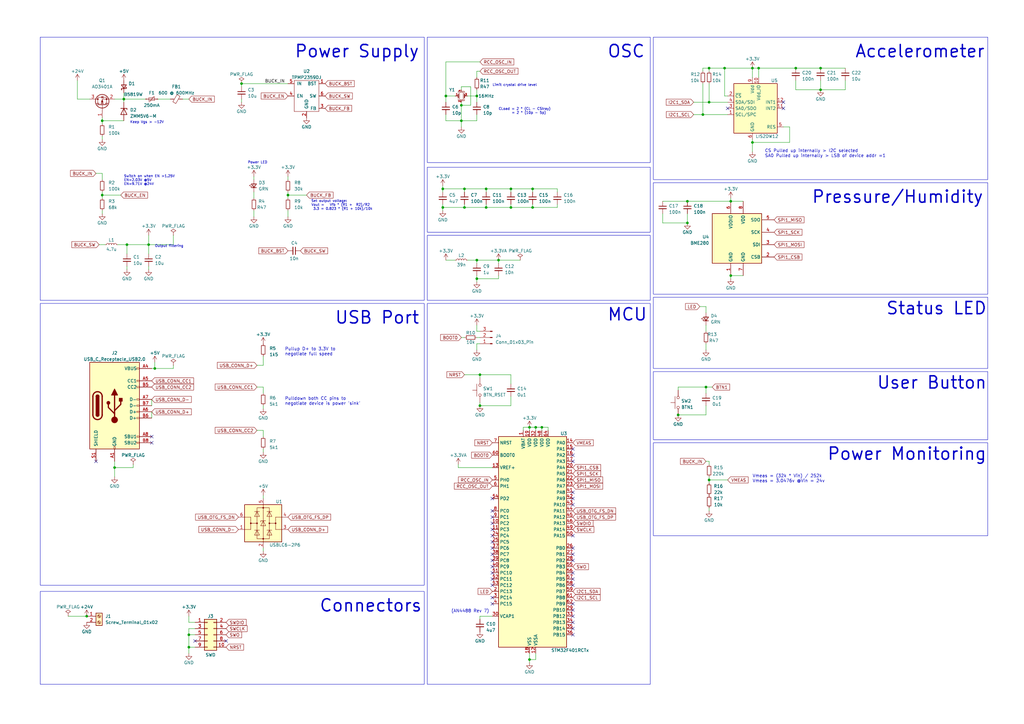
<source format=kicad_sch>
(kicad_sch (version 20230121) (generator eeschema)
  (paper "A3")
  (title_block (title "STM32 Dev Board") (date "2023-05-01") (rev "A") (company "Evison Engineering") (comment 1 "STM32 Development Board"))
  (junction (at 189.23 43.18))
  (junction (at 281.94 91.44))
  (junction (at 217.17 270.51))
  (junction (at 196.85 166.37))
  (junction (at 311.15 27.94))
  (junction (at 195.58 106.68))
  (junction (at 326.39 27.94))
  (junction (at 189.23 49.53))
  (junction (at 299.72 113.03))
  (junction (at 199.39 85.09))
  (junction (at 46.99 191.77))
  (junction (at 217.17 175.26))
  (junction (at 77.47 265.43))
  (junction (at 190.5 85.09))
  (junction (at 181.61 77.47))
  (junction (at 99.06 34.29))
  (junction (at 336.55 36.83))
  (junction (at 209.55 85.09))
  (junction (at 63.5 151.13))
  (junction (at 288.29 46.99))
  (junction (at 195.58 114.3))
  (junction (at 190.5 77.47))
  (junction (at 308.61 58.42))
  (junction (at 209.55 77.47))
  (junction (at 289.56 158.75))
  (junction (at 290.83 196.85))
  (junction (at 77.47 260.35))
  (junction (at 308.61 27.94))
  (junction (at 181.61 85.09))
  (junction (at 35.56 252.73))
  (junction (at 218.44 77.47))
  (junction (at 219.71 175.26))
  (junction (at 218.44 85.09))
  (junction (at 222.25 175.26))
  (junction (at 41.91 49.53))
  (junction (at 50.8 40.64))
  (junction (at 281.94 82.55))
  (junction (at 52.07 100.33))
  (junction (at 41.91 80.01))
  (junction (at 336.55 27.94))
  (junction (at 290.83 27.94))
  (junction (at 299.72 82.55))
  (junction (at 204.47 106.68))
  (junction (at 196.85 153.67))
  (junction (at 182.88 39.37))
  (junction (at 297.18 27.94))
  (junction (at 195.58 39.37))
  (junction (at 60.96 100.33))
  (junction (at 290.83 41.91))
  (junction (at 278.13 170.18))
  (junction (at 118.11 80.01))
  (junction (at 199.39 77.47))
  (no_connect (at 234.95 234.95))
  (no_connect (at 234.95 255.27))
  (no_connect (at 201.93 234.95))
  (no_connect (at 234.95 189.23))
  (no_connect (at 201.93 232.41))
  (no_connect (at 234.95 252.73))
  (no_connect (at 39.37 189.23))
  (no_connect (at 201.93 227.33))
  (no_connect (at 62.23 179.07))
  (no_connect (at 201.93 219.71))
  (no_connect (at 201.93 229.87))
  (no_connect (at 234.95 224.79))
  (no_connect (at 234.95 201.93))
  (no_connect (at 80.01 262.89))
  (no_connect (at 321.31 41.91))
  (no_connect (at 201.93 247.65))
  (no_connect (at 234.95 250.19))
  (no_connect (at 234.95 247.65))
  (no_connect (at 321.31 44.45))
  (no_connect (at 234.95 257.81))
  (no_connect (at 234.95 207.01))
  (no_connect (at 234.95 227.33))
  (no_connect (at 298.45 44.45))
  (no_connect (at 234.95 240.03))
  (no_connect (at 92.71 262.89))
  (no_connect (at 201.93 217.17))
  (no_connect (at 201.93 222.25))
  (no_connect (at 234.95 237.49))
  (no_connect (at 201.93 245.11))
  (no_connect (at 234.95 204.47))
  (no_connect (at 201.93 240.03))
  (no_connect (at 234.95 186.69))
  (no_connect (at 234.95 260.35))
  (no_connect (at 234.95 219.71))
  (no_connect (at 201.93 237.49))
  (no_connect (at 234.95 184.15))
  (no_connect (at 201.93 209.55))
  (no_connect (at 201.93 212.09))
  (no_connect (at 201.93 214.63))
  (no_connect (at 201.93 204.47))
  (no_connect (at 234.95 229.87))
  (no_connect (at 201.93 224.79))
  (no_connect (at 62.23 181.61))
  (wire (pts (xy 209.55 77.47) (xy 218.44 77.47)))
  (wire (pts (xy 311.15 31.75) (xy 311.15 27.94)))
  (wire (pts (xy 190.5 138.43) (xy 189.23 138.43)))
  (wire (pts (xy 186.69 39.37) (xy 182.88 39.37)))
  (wire (pts (xy 62.23 151.13) (xy 63.5 151.13)))
  (wire (pts (xy 182.88 106.68) (xy 186.69 106.68)))
  (wire (pts (xy 195.58 106.68) (xy 195.58 107.95)))
  (wire (pts (xy 196.85 165.1) (xy 196.85 166.37)))
  (wire (pts (xy 222.25 175.26) (xy 224.79 175.26)))
  (wire (pts (xy 107.95 166.37) (xy 107.95 167.64)))
  (wire (pts (xy 308.61 57.15) (xy 308.61 58.42)))
  (wire (pts (xy 118.11 80.01) (xy 118.11 78.74)))
  (wire (pts (xy 199.39 85.09) (xy 209.55 85.09)))
  (wire (pts (xy 49.53 80.01) (xy 41.91 80.01)))
  (wire (pts (xy 181.61 85.09) (xy 190.5 85.09)))
  (wire (pts (xy 41.91 49.53) (xy 41.91 50.8)))
  (wire (pts (xy 336.55 36.83) (xy 346.71 36.83)))
  (wire (pts (xy 290.83 196.85) (xy 290.83 195.58)))
  (wire (pts (xy 36.83 40.64) (xy 31.75 40.64)))
  (wire (pts (xy 193.04 43.18) (xy 189.23 43.18)))
  (wire (pts (xy 27.94 252.73) (xy 35.56 252.73)))
  (wire (pts (xy 52.07 100.33) (xy 48.26 100.33)))
  (wire (pts (xy 224.79 176.53) (xy 224.79 175.26)))
  (wire (pts (xy 298.45 39.37) (xy 297.18 39.37)))
  (wire (pts (xy 46.99 191.77) (xy 46.99 189.23)))
  (wire (pts (xy 190.5 153.67) (xy 196.85 153.67)))
  (wire (pts (xy 118.11 80.01) (xy 125.73 80.01)))
  (wire (pts (xy 271.78 91.44) (xy 281.94 91.44)))
  (wire (pts (xy 118.11 86.36) (xy 118.11 88.9)))
  (wire (pts (xy 77.47 257.81) (xy 77.47 260.35)))
  (wire (pts (xy 289.56 135.89) (xy 289.56 133.35)))
  (wire (pts (xy 60.96 100.33) (xy 71.12 100.33)))
  (wire (pts (xy 196.85 153.67) (xy 196.85 154.94)))
  (wire (pts (xy 323.85 52.07) (xy 323.85 58.42)))
  (wire (pts (xy 39.37 71.12) (xy 41.91 71.12)))
  (wire (pts (xy 182.88 49.53) (xy 189.23 49.53)))
  (wire (pts (xy 52.07 104.14) (xy 52.07 100.33)))
  (wire (pts (xy 209.55 166.37) (xy 196.85 166.37)))
  (wire (pts (xy 311.15 27.94) (xy 308.61 27.94)))
  (wire (pts (xy 196.85 252.73) (xy 201.93 252.73)))
  (wire (pts (xy 217.17 270.51) (xy 217.17 271.78)))
  (wire (pts (xy 105.41 158.75) (xy 107.95 158.75)))
  (wire (pts (xy 189.23 35.56) (xy 193.04 35.56)))
  (wire (pts (xy 199.39 83.82) (xy 199.39 85.09)))
  (wire (pts (xy 195.58 49.53) (xy 189.23 49.53)))
  (wire (pts (xy 289.56 125.73) (xy 289.56 128.27)))
  (wire (pts (xy 187.96 191.77) (xy 201.93 191.77)))
  (wire (pts (xy 217.17 267.97) (xy 217.17 270.51)))
  (wire (pts (xy 289.56 189.23) (xy 290.83 189.23)))
  (wire (pts (xy 182.88 46.99) (xy 182.88 49.53)))
  (wire (pts (xy 195.58 135.89) (xy 195.58 133.35)))
  (wire (pts (xy 189.23 43.18) (xy 189.23 49.53)))
  (wire (pts (xy 50.8 41.91) (xy 50.8 40.64)))
  (wire (pts (xy 204.47 106.68) (xy 213.36 106.68)))
  (wire (pts (xy 204.47 106.68) (xy 204.47 107.95)))
  (wire (pts (xy 219.71 267.97) (xy 219.71 270.51)))
  (wire (pts (xy 326.39 33.02) (xy 326.39 36.83)))
  (wire (pts (xy 278.13 158.75) (xy 278.13 160.02)))
  (wire (pts (xy 77.47 252.73) (xy 77.47 255.27)))
  (wire (pts (xy 195.58 135.89) (xy 196.85 135.89)))
  (wire (pts (xy 209.55 83.82) (xy 209.55 85.09)))
  (wire (pts (xy 298.45 46.99) (xy 288.29 46.99)))
  (wire (pts (xy 107.95 146.05) (xy 107.95 149.86)))
  (wire (pts (xy 190.5 83.82) (xy 190.5 85.09)))
  (wire (pts (xy 290.83 208.28) (xy 290.83 209.55)))
  (wire (pts (xy 271.78 87.63) (xy 271.78 91.44)))
  (wire (pts (xy 99.06 35.56) (xy 99.06 34.29)))
  (wire (pts (xy 107.95 203.2) (xy 107.95 204.47)))
  (wire (pts (xy 46.99 195.58) (xy 46.99 191.77)))
  (wire (pts (xy 46.99 40.64) (xy 50.8 40.64)))
  (wire (pts (xy 288.29 29.21) (xy 288.29 27.94)))
  (wire (pts (xy 41.91 55.88) (xy 41.91 57.15)))
  (wire (pts (xy 187.96 190.5) (xy 187.96 191.77)))
  (wire (pts (xy 77.47 260.35) (xy 77.47 265.43)))
  (wire (pts (xy 311.15 27.94) (xy 326.39 27.94)))
  (wire (pts (xy 204.47 114.3) (xy 204.47 113.03)))
  (wire (pts (xy 41.91 80.01) (xy 41.91 78.74)))
  (wire (pts (xy 289.56 161.29) (xy 289.56 158.75)))
  (wire (pts (xy 289.56 170.18) (xy 278.13 170.18)))
  (wire (pts (xy 182.88 25.4) (xy 182.88 39.37)))
  (wire (pts (xy 290.83 198.12) (xy 290.83 196.85)))
  (wire (pts (xy 196.85 29.21) (xy 195.58 29.21)))
  (wire (pts (xy 191.77 39.37) (xy 195.58 39.37)))
  (wire (pts (xy 52.07 110.49) (xy 52.07 109.22)))
  (wire (pts (xy 64.77 40.64) (xy 69.85 40.64)))
  (wire (pts (xy 31.75 33.02) (xy 31.75 40.64)))
  (wire (pts (xy 195.58 138.43) (xy 196.85 138.43)))
  (wire (pts (xy 118.11 72.39) (xy 118.11 73.66)))
  (wire (pts (xy 77.47 267.97) (xy 77.47 265.43)))
  (wire (pts (xy 195.58 114.3) (xy 204.47 114.3)))
  (wire (pts (xy 199.39 77.47) (xy 209.55 77.47)))
  (wire (pts (xy 219.71 270.51) (xy 217.17 270.51)))
  (wire (pts (xy 298.45 41.91) (xy 290.83 41.91)))
  (wire (pts (xy 195.58 143.51) (xy 195.58 140.97)))
  (wire (pts (xy 62.23 166.37) (xy 62.23 163.83)))
  (wire (pts (xy 299.72 113.03) (xy 299.72 114.3)))
  (wire (pts (xy 104.14 88.9) (xy 104.14 86.36)))
  (wire (pts (xy 218.44 85.09) (xy 228.6 85.09)))
  (wire (pts (xy 41.91 81.28) (xy 41.91 80.01)))
  (wire (pts (xy 80.01 257.81) (xy 77.47 257.81)))
  (wire (pts (xy 190.5 85.09) (xy 199.39 85.09)))
  (wire (pts (xy 308.61 58.42) (xy 308.61 62.23)))
  (wire (pts (xy 297.18 39.37) (xy 297.18 27.94)))
  (wire (pts (xy 299.72 81.28) (xy 299.72 82.55)))
  (wire (pts (xy 209.55 162.56) (xy 209.55 166.37)))
  (wire (pts (xy 222.25 175.26) (xy 222.25 176.53)))
  (wire (pts (xy 107.95 149.86) (xy 105.41 149.86)))
  (wire (pts (xy 60.96 110.49) (xy 60.96 109.22)))
  (wire (pts (xy 107.95 224.79) (xy 107.95 226.06)))
  (wire (pts (xy 326.39 36.83) (xy 336.55 36.83)))
  (wire (pts (xy 181.61 83.82) (xy 181.61 85.09)))
  (wire (pts (xy 290.83 41.91) (xy 290.83 34.29)))
  (wire (pts (xy 107.95 176.53) (xy 107.95 179.07)))
  (wire (pts (xy 189.23 41.91) (xy 189.23 43.18)))
  (wire (pts (xy 195.58 46.99) (xy 195.58 49.53)))
  (wire (pts (xy 77.47 255.27) (xy 80.01 255.27)))
  (wire (pts (xy 284.48 41.91) (xy 290.83 41.91)))
  (wire (pts (xy 195.58 36.83) (xy 195.58 39.37)))
  (wire (pts (xy 346.71 36.83) (xy 346.71 33.02)))
  (wire (pts (xy 195.58 29.21) (xy 195.58 31.75)))
  (wire (pts (xy 195.58 140.97) (xy 196.85 140.97)))
  (wire (pts (xy 190.5 77.47) (xy 190.5 78.74)))
  (wire (pts (xy 299.72 82.55) (xy 304.8 82.55)))
  (wire (pts (xy 214.63 176.53) (xy 214.63 175.26)))
  (wire (pts (xy 181.61 77.47) (xy 181.61 78.74)))
  (wire (pts (xy 336.55 33.02) (xy 336.55 36.83)))
  (wire (pts (xy 214.63 175.26) (xy 217.17 175.26)))
  (wire (pts (xy 195.58 106.68) (xy 191.77 106.68)))
  (wire (pts (xy 218.44 77.47) (xy 218.44 78.74)))
  (wire (pts (xy 41.91 48.26) (xy 41.91 49.53)))
  (wire (pts (xy 182.88 39.37) (xy 182.88 41.91)))
  (wire (pts (xy 217.17 175.26) (xy 219.71 175.26)))
  (wire (pts (xy 281.94 82.55) (xy 299.72 82.55)))
  (wire (pts (xy 41.91 87.63) (xy 41.91 86.36)))
  (wire (pts (xy 290.83 189.23) (xy 290.83 190.5)))
  (wire (pts (xy 289.56 143.51) (xy 289.56 140.97)))
  (wire (pts (xy 219.71 175.26) (xy 222.25 175.26)))
  (wire (pts (xy 209.55 85.09) (xy 218.44 85.09)))
  (wire (pts (xy 199.39 77.47) (xy 199.39 78.74)))
  (wire (pts (xy 195.58 113.03) (xy 195.58 114.3)))
  (wire (pts (xy 195.58 39.37) (xy 195.58 41.91)))
  (wire (pts (xy 189.23 36.83) (xy 189.23 35.56)))
  (wire (pts (xy 46.99 191.77) (xy 54.61 191.77)))
  (wire (pts (xy 297.18 27.94) (xy 308.61 27.94)))
  (wire (pts (xy 321.31 52.07) (xy 323.85 52.07)))
  (wire (pts (xy 193.04 35.56) (xy 193.04 43.18)))
  (wire (pts (xy 292.1 158.75) (xy 289.56 158.75)))
  (wire (pts (xy 196.85 153.67) (xy 209.55 153.67)))
  (wire (pts (xy 62.23 168.91) (xy 62.23 171.45)))
  (wire (pts (xy 107.95 184.15) (xy 107.95 185.42)))
  (wire (pts (xy 228.6 77.47) (xy 228.6 78.74)))
  (wire (pts (xy 181.61 76.2) (xy 181.61 77.47)))
  (wire (pts (xy 299.72 113.03) (xy 304.8 113.03)))
  (wire (pts (xy 281.94 87.63) (xy 281.94 91.44)))
  (wire (pts (xy 71.12 100.33) (xy 71.12 96.52)))
  (wire (pts (xy 196.85 254) (xy 196.85 252.73)))
  (wire (pts (xy 60.96 100.33) (xy 52.07 100.33)))
  (wire (pts (xy 326.39 27.94) (xy 336.55 27.94)))
  (wire (pts (xy 99.06 34.29) (xy 118.11 34.29)))
  (wire (pts (xy 336.55 27.94) (xy 346.71 27.94)))
  (wire (pts (xy 77.47 260.35) (xy 80.01 260.35)))
  (wire (pts (xy 287.02 125.73) (xy 289.56 125.73)))
  (wire (pts (xy 190.5 77.47) (xy 199.39 77.47)))
  (wire (pts (xy 288.29 27.94) (xy 290.83 27.94)))
  (wire (pts (xy 60.96 96.52) (xy 60.96 100.33)))
  (wire (pts (xy 54.61 190.5) (xy 54.61 191.77)))
  (wire (pts (xy 217.17 175.26) (xy 217.17 176.53)))
  (wire (pts (xy 40.64 100.33) (xy 43.18 100.33)))
  (wire (pts (xy 118.11 81.28) (xy 118.11 80.01)))
  (wire (pts (xy 50.8 40.64) (xy 59.69 40.64)))
  (wire (pts (xy 60.96 104.14) (xy 60.96 100.33)))
  (wire (pts (xy 218.44 83.82) (xy 218.44 85.09)))
  (wire (pts (xy 209.55 157.48) (xy 209.55 153.67)))
  (wire (pts (xy 50.8 38.1) (xy 50.8 40.64)))
  (wire (pts (xy 308.61 27.94) (xy 308.61 31.75)))
  (wire (pts (xy 104.14 72.39) (xy 104.14 73.66)))
  (wire (pts (xy 99.06 41.91) (xy 99.06 40.64)))
  (wire (pts (xy 195.58 106.68) (xy 204.47 106.68)))
  (wire (pts (xy 323.85 58.42) (xy 308.61 58.42)))
  (wire (pts (xy 77.47 40.64) (xy 74.93 40.64)))
  (wire (pts (xy 181.61 77.47) (xy 190.5 77.47)))
  (wire (pts (xy 41.91 71.12) (xy 41.91 73.66)))
  (wire (pts (xy 218.44 77.47) (xy 228.6 77.47)))
  (wire (pts (xy 105.41 176.53) (xy 107.95 176.53)))
  (wire (pts (xy 195.58 115.57) (xy 195.58 114.3)))
  (wire (pts (xy 63.5 151.13) (xy 71.12 151.13)))
  (wire (pts (xy 196.85 25.4) (xy 182.88 25.4)))
  (wire (pts (xy 228.6 85.09) (xy 228.6 83.82)))
  (wire (pts (xy 71.12 149.86) (xy 71.12 151.13)))
  (wire (pts (xy 284.48 46.99) (xy 288.29 46.99)))
  (wire (pts (xy 271.78 82.55) (xy 281.94 82.55)))
  (wire (pts (xy 219.71 175.26) (xy 219.71 176.53)))
  (wire (pts (xy 289.56 166.37) (xy 289.56 170.18)))
  (wire (pts (xy 290.83 27.94) (xy 297.18 27.94)))
  (wire (pts (xy 77.47 265.43) (xy 80.01 265.43)))
  (wire (pts (xy 290.83 27.94) (xy 290.83 29.21)))
  (wire (pts (xy 290.83 196.85) (xy 298.45 196.85)))
  (wire (pts (xy 289.56 158.75) (xy 278.13 158.75)))
  (wire (pts (xy 63.5 151.13) (xy 63.5 148.59)))
  (wire (pts (xy 189.23 49.53) (xy 189.23 52.07)))
  (wire (pts (xy 107.95 158.75) (xy 107.95 161.29)))
  (wire (pts (xy 104.14 81.28) (xy 104.14 78.74)))
  (wire (pts (xy 41.91 49.53) (xy 50.8 49.53)))
  (wire (pts (xy 181.61 86.36) (xy 181.61 85.09)))
  (wire (pts (xy 209.55 77.47) (xy 209.55 78.74)))
  (wire (pts (xy 288.29 46.99) (xy 288.29 34.29)))
  (rectangle (start 175.26 15.24) (end 266.7 66.675))
  (rectangle (start 175.26 124.46) (end 266.7 280.67))
  (rectangle (start 267.97 121.92) (end 405.13 151.13))
  (rectangle (start 267.97 181.61) (end 405.13 219.71))
  (rectangle (start 16.51 15.24) (end 173.99 123.19))
  (rectangle (start 175.26 96.52) (end 266.7 123.19))
  (rectangle (start 175.26 68.58) (end 266.7 95.25))
  (rectangle (start 267.97 74.93) (end 405.13 120.65))
  (rectangle (start 16.51 242.57) (end 173.99 280.67))
  (rectangle (start 267.97 15.24) (end 405.13 73.66))
  (rectangle (start 16.51 124.46) (end 173.99 240.03))
  (rectangle (start 267.97 152.4) (end 405.13 180.34))
  (text "MCU" (at 248.92 132.08 0) (effects (font (size 5 5) (thickness 0.6) bold) (justify left bottom)))
  (text "Pressure/Humidity" (at 332.74 83.82 0) (effects (font (size 5 5) (thickness 0.6) bold) (justify left bottom)))
  (text "Power Monitoring" (at 339.09 189.23 0) (effects (font (size 5 5) (thickness 0.6) bold) (justify left bottom)))
  (text "USB Port" (at 137.16 133.35 0) (effects (font (size 5 5) (thickness 0.6) bold) (justify left bottom)))
  (text "CS Pulled up internally > I2C selected\nSA0 Pulled up internally > LSB of device addr =1" (at 313.69 64.77 0) (effects (font (size 1.27 1.27)) (justify left bottom)))
  (text "Pullup D+ to 3.3V to \nnegotiate full speed" (at 116.84 146.05 0) (effects (font (size 1.27 1.27)) (justify left bottom)))
  (text "Keep Vgs > -12V" (at 53.34 50.8 0) (effects (font (size 1 1)) (justify left bottom)))
  (text "Output filtering" (at 63.5 101.6 0) (effects (font (size 1 1)) (justify left bottom)))
  (text "Switch on when EN >1.25V\nEN=2.03V @5V\nEN=9.71V @24V" (at 50.8 76.2 0) (effects (font (size 1 1)) (justify left bottom)))
  (text "Limit crystal drive level" (at 201.93 35.56 0) (effects (font (size 1 1)) (justify left bottom)))
  (text "User Button" (at 359.41 160.02 0) (effects (font (size 5 5) (thickness 0.6) bold) (justify left bottom)))
  (text "Vmeas = (32k * Vin) / 252k\nVmeas = 3.0476v @Vin = 24v" (at 308.61 198.12 0) (effects (font (size 1.27 1.27)) (justify left bottom)))
  (text "Accelerometer" (at 350.52 24.13 0) (effects (font (size 5 5) (thickness 0.6) bold) (justify left bottom)))
  (text "Status LED" (at 363.22 129.54 0) (effects (font (size 5 5) (thickness 0.6) bold) (justify left bottom)))
  (text "Set output voltage:\nVout =   Vfb * (R1 +  R2)/R2\n 3.3 = 0.823 * (R1 + 10k)/10k" (at 127.635 86.36 0) (effects (font (size 1 1)) (justify left bottom)))
  (text "Power LED" (at 101.6 67.31 0) (effects (font (size 1 1)) (justify left bottom)))
  (text "Connectors" (at 130.81 251.46 0) (effects (font (size 5 5) (thickness 0.6) bold) (justify left bottom)))
  (text "Pulldown both CC pins to \nnegotiate device is power 'sink'" (at 116.84 166.37 0) (effects (font (size 1.27 1.27)) (justify left bottom)))
  (text "OSC" (at 248.92 24.13 0) (effects (font (size 5 5) (thickness 0.6) bold) (justify left bottom)))
  (text "(AN4488 Rev 7)" (at 200.66 251.46 0) (effects (font (size 1.27 1.27)) (justify right bottom)))
  (text "CLoad = 2 * (CL - CStray)\n       = 2 * (10p - 5p)" (at 204.47 46.99 0) (effects (font (size 1 1)) (justify left bottom)))
  (text "Power Supply" (at 120.65 24.13 0) (effects (font (size 5 5) (thickness 0.6) bold) (justify left bottom)))
  (label "BUCK_IN" (at 116.84 34.29 180))
  (global_label "LED" (shape input) (at 287.02 125.73 180) (property "Intersheetrefs" "${INTERSHEET_REFS}" (effects hide)))
  (global_label "SPI1_SCK" (shape input) (at 234.95 194.31 0) (property "Intersheetrefs" "${INTERSHEET_REFS}" (effects hide)))
  (global_label "SWO" (shape input) (at 92.71 260.35 0) (property "Intersheetrefs" "${INTERSHEET_REFS}" (effects hide)))
  (global_label "SPI1_MOSI" (shape input) (at 317.5 100.33 0) (property "Intersheetrefs" "${INTERSHEET_REFS}" (effects hide)))
  (global_label "BUCK_EN" (shape input) (at 118.11 39.37 180) (property "Intersheetrefs" "${INTERSHEET_REFS}" (effects hide)))
  (global_label "USB_OTG_FS_DN" (shape input) (at 97.79 212.09 180) (property "Intersheetrefs" "${INTERSHEET_REFS}" (effects hide)))
  (global_label "SWCLK" (shape input) (at 234.95 217.17 0) (property "Intersheetrefs" "${INTERSHEET_REFS}" (effects hide)))
  (global_label "USB_CONN_D+" (shape input) (at 105.41 149.86 180) (property "Intersheetrefs" "${INTERSHEET_REFS}" (effects hide)))
  (global_label "RCC_OSC_IN" (shape input) (at 196.85 25.4 0) (property "Intersheetrefs" "${INTERSHEET_REFS}" (effects hide)))
  (global_label "I2C1_SDA" (shape input) (at 284.48 41.91 180) (property "Intersheetrefs" "${INTERSHEET_REFS}" (effects hide)))
  (global_label "BUCK_EN" (shape input) (at 49.53 80.01 0) (property "Intersheetrefs" "${INTERSHEET_REFS}" (effects hide)))
  (global_label "SWO" (shape input) (at 234.95 232.41 0) (property "Intersheetrefs" "${INTERSHEET_REFS}" (effects hide)))
  (global_label "SPI1_CSB" (shape input) (at 317.5 105.41 0) (property "Intersheetrefs" "${INTERSHEET_REFS}" (effects hide)))
  (global_label "LED" (shape input) (at 201.93 242.57 180) (property "Intersheetrefs" "${INTERSHEET_REFS}" (effects hide)))
  (global_label "USB_CONN_D+" (shape input) (at 118.11 217.17 0) (property "Intersheetrefs" "${INTERSHEET_REFS}" (effects hide)))
  (global_label "RCC_OSC_OUT" (shape input) (at 196.85 29.21 0) (property "Intersheetrefs" "${INTERSHEET_REFS}" (effects hide)))
  (global_label "USB_OTG_FS_DP" (shape input) (at 118.11 212.09 0) (property "Intersheetrefs" "${INTERSHEET_REFS}" (effects hide)))
  (global_label "VMEAS" (shape input) (at 234.95 181.61 0) (property "Intersheetrefs" "${INTERSHEET_REFS}" (effects hide)))
  (global_label "USB_CONN_CC1" (shape input) (at 62.23 156.21 0) (property "Intersheetrefs" "${INTERSHEET_REFS}" (effects hide)))
  (global_label "BUCK_BST" (shape input) (at 133.35 34.29 0) (property "Intersheetrefs" "${INTERSHEET_REFS}" (effects hide)))
  (global_label "BUCK_SW" (shape input) (at 40.64 100.33 180) (property "Intersheetrefs" "${INTERSHEET_REFS}" (effects hide)))
  (global_label "BOOT0" (shape input) (at 201.93 186.69 180) (property "Intersheetrefs" "${INTERSHEET_REFS}" (effects hide)))
  (global_label "SPI1_MISO" (shape input) (at 317.5 90.17 0) (property "Intersheetrefs" "${INTERSHEET_REFS}" (effects hide)))
  (global_label "BUCK_IN" (shape input) (at 39.37 71.12 180) (property "Intersheetrefs" "${INTERSHEET_REFS}" (effects hide)))
  (global_label "BUCK_SW" (shape input) (at 133.35 39.37 0) (property "Intersheetrefs" "${INTERSHEET_REFS}" (effects hide)))
  (global_label "BUCK_IN" (shape input) (at 289.56 189.23 180) (property "Intersheetrefs" "${INTERSHEET_REFS}" (effects hide)))
  (global_label "BUCK_BST" (shape input) (at 118.11 102.87 180) (property "Intersheetrefs" "${INTERSHEET_REFS}" (effects hide)))
  (global_label "BUCK_FB" (shape input) (at 133.35 44.45 0) (property "Intersheetrefs" "${INTERSHEET_REFS}" (effects hide)))
  (global_label "I2C1_SCL" (shape input) (at 234.95 245.11 0) (property "Intersheetrefs" "${INTERSHEET_REFS}" (effects hide)))
  (global_label "USB_OTG_FS_DN" (shape input) (at 234.95 209.55 0) (property "Intersheetrefs" "${INTERSHEET_REFS}" (effects hide)))
  (global_label "SPI1_CSB" (shape input) (at 234.95 191.77 0) (property "Intersheetrefs" "${INTERSHEET_REFS}" (effects hide)))
  (global_label "BUCK_IN" (shape input) (at 77.47 40.64 0) (property "Intersheetrefs" "${INTERSHEET_REFS}" (effects hide)))
  (global_label "USB_CONN_D-" (shape input) (at 97.79 217.17 180) (property "Intersheetrefs" "${INTERSHEET_REFS}" (effects hide)))
  (global_label "SPI1_MOSI" (shape input) (at 234.95 199.39 0) (property "Intersheetrefs" "${INTERSHEET_REFS}" (effects hide)))
  (global_label "NRST" (shape input) (at 201.93 181.61 180) (property "Intersheetrefs" "${INTERSHEET_REFS}" (effects hide)))
  (global_label "SPI1_MISO" (shape input) (at 234.95 196.85 0) (property "Intersheetrefs" "${INTERSHEET_REFS}" (effects hide)))
  (global_label "BOOT0" (shape input) (at 189.23 138.43 180) (property "Intersheetrefs" "${INTERSHEET_REFS}" (effects hide)))
  (global_label "NRST" (shape input) (at 190.5 153.67 180) (property "Intersheetrefs" "${INTERSHEET_REFS}" (effects hide)))
  (global_label "SPI1_SCK" (shape input) (at 317.5 95.25 0) (property "Intersheetrefs" "${INTERSHEET_REFS}" (effects hide)))
  (global_label "SWCLK" (shape input) (at 92.71 257.81 0) (property "Intersheetrefs" "${INTERSHEET_REFS}" (effects hide)))
  (global_label "USB_CONN_D-" (shape input) (at 62.23 163.83 0) (property "Intersheetrefs" "${INTERSHEET_REFS}" (effects hide)))
  (global_label "USB_CONN_CC1" (shape input) (at 105.41 158.75 180) (property "Intersheetrefs" "${INTERSHEET_REFS}" (effects hide)))
  (global_label "BUCK_FB" (shape input) (at 125.73 80.01 0) (property "Intersheetrefs" "${INTERSHEET_REFS}" (effects hide)))
  (global_label "VMEAS" (shape input) (at 298.45 196.85 0) (property "Intersheetrefs" "${INTERSHEET_REFS}" (effects hide)))
  (global_label "USB_CONN_CC2" (shape input) (at 62.23 158.75 0) (property "Intersheetrefs" "${INTERSHEET_REFS}" (effects hide)))
  (global_label "BTN1" (shape input) (at 292.1 158.75 0) (property "Intersheetrefs" "${INTERSHEET_REFS}" (effects hide)))
  (global_label "I2C1_SDA" (shape input) (at 234.95 242.57 0) (property "Intersheetrefs" "${INTERSHEET_REFS}" (effects hide)))
  (global_label "SWDIO" (shape input) (at 92.71 255.27 0) (property "Intersheetrefs" "${INTERSHEET_REFS}" (effects hide)))
  (global_label "I2C1_SCL" (shape input) (at 284.48 46.99 180) (property "Intersheetrefs" "${INTERSHEET_REFS}" (effects hide)))
  (global_label "SWDIO" (shape input) (at 234.95 214.63 0) (property "Intersheetrefs" "${INTERSHEET_REFS}" (effects hide)))
  (global_label "BUCK_SW" (shape input) (at 123.19 102.87 0) (property "Intersheetrefs" "${INTERSHEET_REFS}" (effects hide)))
  (global_label "RCC_OSC_IN" (shape input) (at 201.93 196.85 180) (property "Intersheetrefs" "${INTERSHEET_REFS}" (effects hide)))
  (global_label "USB_CONN_CC2" (shape input) (at 105.41 176.53 180) (property "Intersheetrefs" "${INTERSHEET_REFS}" (effects hide)))
  (global_label "USB_OTG_FS_DP" (shape input) (at 234.95 212.09 0) (property "Intersheetrefs" "${INTERSHEET_REFS}" (effects hide)))
  (global_label "NRST" (shape input) (at 92.71 265.43 0) (property "Intersheetrefs" "${INTERSHEET_REFS}" (effects hide)))
  (global_label "RCC_OSC_OUT" (shape input) (at 201.93 199.39 180) (property "Intersheetrefs" "${INTERSHEET_REFS}" (effects hide)))
  (global_label "USB_CONN_D+" (shape input) (at 62.23 168.91 0) (property "Intersheetrefs" "${INTERSHEET_REFS}" (effects hide)))
  (symbol (lib_id "power:+3.3V") (at 308.61 27.94 0) (unit 1)
    (property "Reference" "#PWR044" (effects hide))
    (property "Value" "+3.3V" (at 308.61 24.13 0))
  )
  (symbol (lib_id "Diode:ZMMxx") (at 50.8 45.72 270) (unit 1)
    (property "Reference" "D2" (at 53.34 45.085 90) (effects (justify left)))
    (property "Value" "ZMM5V6-M" (at 53.34 47.625 90) (effects (justify left)))
    (property "Footprint" "Diode_SMD:D_MiniMELF" (effects hide))
    (property "Datasheet" "https://diotec.com/tl_files/diotec/files/pdf/datasheets/zmm1.pdf" (effects hide))
  )
  (symbol (lib_id "Device:C_Small") (at 271.78 85.09 0) (unit 1)
    (property "Reference" "C17" (at 274.32 84.4613 0) (effects (justify left)))
    (property "Value" "100n" (at 274.32 87.0013 0) (effects (justify left)))
    (property "Footprint" "Capacitor_SMD:C_0603_1608Metric" (effects hide))
  )
  (symbol (lib_id "power:GND") (at 104.14 88.9 0) (unit 1)
    (property "Reference" "#PWR016" (effects hide))
    (property "Value" "GND" (at 104.14 92.71 0))
  )
  (symbol (lib_id "power:GND") (at 308.61 62.23 0) (unit 1)
    (property "Reference" "#PWR045" (effects hide))
    (property "Value" "GND" (at 308.61 66.04 0))
  )
  (symbol (lib_id "power:GND") (at 41.91 87.63 0) (unit 1)
    (property "Reference" "#PWR05" (effects hide))
    (property "Value" "GND" (at 41.91 91.44 0))
  )
  (symbol (lib_id "power:PWR_FLAG") (at 54.61 190.5 0) (unit 1)
    (property "Reference" "#FLG02" (effects hide))
    (property "Value" "PWR_FLAG" (at 54.61 186.69 0))
  )
  (symbol (lib_id "Connector:USB_C_Receptacle_USB2.0") (at 46.99 166.37 0) (unit 1)
    (property "Reference" "J2" (at 46.99 144.78 0))
    (property "Value" "USB_C_Receptacle_USB2.0" (at 46.99 147.32 0))
    (property "Footprint" "Connector_USB:USB_C_Receptacle_HRO_TYPE-C-31-M-12" (effects hide))
    (property "Datasheet" "C165948" (effects hide))
    (property "JLC" "C165948" (effects hide))
  )
  (symbol (lib_id "power:GND") (at 118.11 88.9 0) (unit 1)
    (property "Reference" "#PWR023" (effects hide))
    (property "Value" "GND" (at 118.11 92.71 0))
  )
  (symbol (lib_id "power:PWR_FLAG") (at 99.06 34.29 0) (unit 1)
    (property "Reference" "#FLG05" (effects hide))
    (property "Value" "PWR_FLAG" (at 99.06 30.48 0))
  )
  (symbol (lib_id "power:GND") (at 217.17 271.78 0) (unit 1)
    (property "Reference" "#PWR037" (effects hide))
    (property "Value" "GND" (at 217.17 275.59 0))
  )
  (symbol (lib_id "power:GND") (at 189.23 52.07 0) (unit 1)
    (property "Reference" "#PWR029" (effects hide))
    (property "Value" "GND" (at 189.23 55.88 0))
  )
  (symbol (lib_id "power:PWR_FLAG") (at 213.36 106.68 0) (unit 1)
    (property "Reference" "#FLG06" (effects hide))
    (property "Value" "PWR_FLAG" (at 213.36 102.87 0))
  )
  (symbol (lib_id "Device:Polyfuse_Small") (at 62.23 40.64 270) (unit 1)
    (property "Reference" "F1" (at 62.23 38.1 90))
    (property "Value" "250mA" (at 62.23 43.18 90))
    (property "Footprint" "Fuse:Fuse_1206_3216Metric" (effects hide))
    (property "LCSC Part #" "C369159" (effects hide))
  )
  (symbol (lib_id "power:GND") (at 107.95 185.42 0) (unit 1)
    (property "Reference" "#PWR019" (effects hide))
    (property "Value" "GND" (at 107.95 189.23 0))
  )
  (symbol (lib_id "power:+3.3V") (at 299.72 81.28 0) (unit 1)
    (property "Reference" "#PWR042" (effects hide))
    (property "Value" "+3.3V" (at 299.72 77.47 0))
  )
  (symbol (lib_id "power:GND") (at 41.91 57.15 0) (unit 1)
    (property "Reference" "#PWR04" (effects hide))
    (property "Value" "GND" (at 41.91 60.96 0))
  )
  (symbol (lib_id "Device:C_Small") (at 199.39 81.28 0) (unit 1)
    (property "Reference" "C11" (at 201.93 80.01 0) (effects (justify left)))
    (property "Value" "100n" (at 201.93 82.55 0) (effects (justify left)))
    (property "Footprint" "Capacitor_SMD:C_0402_1005Metric" (effects hide))
    (property "LCSC Part #" "C1525" (effects hide))
  )
  (symbol (lib_id "power:GND") (at 196.85 259.08 0) (unit 1)
    (property "Reference" "#PWR034" (effects hide))
    (property "Value" "GND" (at 196.85 262.89 0))
  )
  (symbol (lib_id "power:+5V") (at 63.5 148.59 0) (unit 1)
    (property "Reference" "#PWR011" (effects hide))
    (property "Value" "+5V" (at 63.5 144.78 0))
  )
  (symbol (lib_id "Device:C_Small") (at 204.47 110.49 0) (unit 1)
    (property "Reference" "C12" (at 207.01 109.22 0) (effects (justify left)))
    (property "Value" "10n" (at 207.01 111.76 0) (effects (justify left)))
    (property "Footprint" "Capacitor_SMD:C_0402_1005Metric" (effects hide))
    (property "LCSC Part #" "C15195" (effects hide))
  )
  (symbol (lib_id "Device:C_Small") (at 289.56 163.83 0) (unit 1)
    (property "Reference" "C19" (at 292.1 163.2013 0) (effects (justify left)))
    (property "Value" "0u1" (at 292.1 165.7413 0) (effects (justify left)))
    (property "Footprint" "Capacitor_SMD:C_1206_3216Metric" (effects hide))
  )
  (symbol (lib_id "power:GND") (at 46.99 195.58 0) (unit 1)
    (property "Reference" "#PWR06" (effects hide))
    (property "Value" "GND" (at 46.99 199.39 0))
  )
  (symbol (lib_id "power:GND") (at 60.96 110.49 0) (unit 1)
    (property "Reference" "#PWR010" (effects hide))
    (property "Value" "GND" (at 60.96 114.3 0))
  )
  (symbol (lib_id "Device:C_Small") (at 120.65 102.87 270) (unit 1)
    (property "Reference" "C4" (at 119.38 99.695 90) (effects (justify left)))
    (property "Value" "10n" (at 118.745 106.045 90) (effects (justify left)))
    (property "Footprint" "Capacitor_SMD:C_0603_1608Metric" (effects hide))
    (property "LCSC Part #" "C57112" (effects hide))
  )
  (symbol (lib_id "power:+3.3V") (at 195.58 133.35 0) (unit 1)
    (property "Reference" "#PWR031" (effects hide))
    (property "Value" "+3.3V" (at 195.58 129.54 0))
  )
  (symbol (lib_id "Sensor:BME280") (at 302.26 97.79 0) (unit 1)
    (property "Reference" "U4" (at 290.83 97.155 0) (effects (justify right)))
    (property "Value" "BME280" (at 290.83 99.695 0) (effects (justify right)))
    (property "Footprint" "Package_LGA:Bosch_LGA-8_2.5x2.5mm_P0.65mm_ClockwisePinNumbering" (effects hide))
    (property "Datasheet" "https://www.bosch-sensortec.com/media/boschsensortec/downloads/datasheets/bst-bme280-ds002.pdf" (effects hide))
  )
  (symbol (lib_id "Device:R_Small") (at 118.11 76.2 0) (unit 1)
    (property "Reference" "R8" (at 120.65 74.93 0) (effects (justify left)))
    (property "Value" "30k" (at 120.65 77.47 0) (effects (justify left)))
    (property "Footprint" "Resistor_SMD:R_0603_1608Metric" (effects hide))
    (property "LCSC Part #" "C25819" (effects hide))
  )
  (symbol (lib_id "Device:R_Small") (at 290.83 31.75 0) (unit 1)
    (property "Reference" "R14" (at 292.1 30.48 0) (effects (justify left)))
    (property "Value" "10k" (at 292.1 33.02 0) (effects (justify left)))
    (property "Footprint" "Resistor_SMD:R_0603_1608Metric" (effects hide))
  )
  (symbol (lib_id "Device:C_Small") (at 181.61 81.28 0) (unit 1)
    (property "Reference" "C5" (at 184.15 80.01 0) (effects (justify left)))
    (property "Value" "4u7" (at 184.15 82.55 0) (effects (justify left)))
    (property "Footprint" "Capacitor_SMD:C_0603_1608Metric" (effects hide))
    (property "LCSC Part #" "C19666" (effects hide))
  )
  (symbol (lib_id "Device:C_Small") (at 209.55 81.28 0) (unit 1)
    (property "Reference" "C13" (at 212.09 80.01 0) (effects (justify left)))
    (property "Value" "100n" (at 212.09 82.55 0) (effects (justify left)))
    (property "Footprint" "Capacitor_SMD:C_0402_1005Metric" (effects hide))
    (property "LCSC Part #" "C1525" (effects hide))
  )
  (symbol (lib_id "Device:C_Small") (at 195.58 110.49 0) (unit 1)
    (property "Reference" "C9" (at 198.12 109.22 0) (effects (justify left)))
    (property "Value" "1u" (at 198.12 111.76 0) (effects (justify left)))
    (property "Footprint" "Capacitor_SMD:C_0402_1005Metric" (effects hide))
    (property "LCSC Part #" "C52923" (effects hide))
  )
  (symbol (lib_id "Device:C_Small") (at 196.85 256.54 0) (unit 1)
    (property "Reference" "C10" (at 199.39 255.9113 0) (effects (justify left)))
    (property "Value" "4u7" (at 199.39 258.4513 0) (effects (justify left)))
    (property "Footprint" "Capacitor_SMD:C_0603_1608Metric" (effects hide))
  )
  (symbol (lib_id "Device:Crystal_GND24_Small") (at 189.23 39.37 0) (unit 1)
    (property "Reference" "Y1" (at 185.42 36.83 0))
    (property "Value" "16MHz" (at 199.39 39.37 0))
    (property "Footprint" "Crystal:Crystal_SMD_3225-4Pin_3.2x2.5mm" (effects hide))
    (property "Datasheet" "https://jlcpcb.com/partdetail/YangxingTech-X322516MLB4SI/C13738" (effects hide))
    (property "JLCPCB" "C13738" (effects hide))
  )
  (symbol (lib_id "Device:C_Small") (at 52.07 106.68 0) (unit 1)
    (property "Reference" "C1" (at 54.61 105.41 0) (effects (justify left)))
    (property "Value" "10u" (at 54.61 107.95 0) (effects (justify left)))
    (property "Footprint" "Capacitor_SMD:C_1206_3216Metric" (effects hide))
    (property "LCSC Part #" "C13585" (effects hide))
  )
  (symbol (lib_id "Power_Protection:USBLC6-2P6") (at 107.95 214.63 0) (unit 1)
    (property "Reference" "U1" (at 113.03 205.74 0) (effects (justify left)))
    (property "Value" "USBLC6-2P6" (at 110.49 223.52 0) (effects (justify left)))
    (property "Footprint" "Package_TO_SOT_SMD:SOT-666" (effects hide))
    (property "Datasheet" "https://www.st.com/resource/en/datasheet/usblc6-2.pdf" (effects hide))
  )
  (symbol (lib_id "Device:R_Small") (at 290.83 200.66 180) (unit 1)
    (property "Reference" "R16" (at 294.64 199.39 0))
    (property "Value" "22k" (at 294.64 201.93 0))
    (property "Footprint" "Resistor_SMD:R_0603_1608Metric" (effects hide))
    (property "LCSC Part #" "C22843" (effects hide))
  )
  (symbol (lib_id "power:GND") (at 107.95 167.64 0) (unit 1)
    (property "Reference" "#PWR018" (effects hide))
    (property "Value" "GND" (at 107.95 171.45 0))
  )
  (symbol (lib_id "power:GND") (at 107.95 226.06 0) (unit 1)
    (property "Reference" "#PWR021" (effects hide))
    (property "Value" "GND" (at 107.95 229.87 0))
  )
  (symbol (lib_id "power:+5V") (at 50.8 33.02 0) (unit 1)
    (property "Reference" "#PWR07" (effects hide))
    (property "Value" "+5V" (at 50.8 29.21 0))
  )
  (symbol (lib_id "power:GND") (at 181.61 86.36 0) (unit 1)
    (property "Reference" "#PWR026" (effects hide))
    (property "Value" "GND" (at 181.61 90.17 0))
  )
  (symbol (lib_id "power:+3.3VA") (at 187.96 190.5 0) (unit 1)
    (property "Reference" "#PWR028" (effects hide))
    (property "Value" "+3.3VA" (at 187.96 186.69 0))
  )
  (symbol (lib_id "power:GND") (at 281.94 91.44 0) (unit 1)
    (property "Reference" "#PWR039" (effects hide))
    (property "Value" "GND" (at 281.94 95.25 0))
  )
  (symbol (lib_id "power:GND") (at 195.58 143.51 0) (unit 1)
    (property "Reference" "#PWR032" (effects hide))
    (property "Value" "GND" (at 195.58 147.32 0))
  )
  (symbol (lib_id "power:GND") (at 278.13 170.18 0) (unit 1)
    (property "Reference" "#PWR038" (effects hide))
    (property "Value" "GND" (at 278.13 173.99 0))
  )
  (symbol (lib_id "Device:R_Small") (at 107.95 181.61 0) (unit 1)
    (property "Reference" "R7" (at 110.49 180.975 0) (effects (justify left)))
    (property "Value" "5k1" (at 110.49 183.515 0) (effects (justify left)))
    (property "Footprint" "Resistor_SMD:R_0402_1005Metric" (effects hide))
  )
  (symbol (lib_id "Device:C_Small") (at 195.58 44.45 0) (unit 1)
    (property "Reference" "C8" (at 198.12 43.8213 0) (effects (justify left)))
    (property "Value" "10p" (at 198.12 46.3613 0) (effects (justify left)))
    (property "Footprint" "Capacitor_SMD:C_0603_1608Metric" (effects hide))
  )
  (symbol (lib_id "power:GND") (at 35.56 255.27 0) (unit 1)
    (property "Reference" "#PWR03" (effects hide))
    (property "Value" "GND" (at 35.56 259.08 0))
  )
  (symbol (lib_id "power:+3.3V") (at 60.96 96.52 0) (unit 1)
    (property "Reference" "#PWR09" (effects hide))
    (property "Value" "+3.3V" (at 60.96 92.71 0))
  )
  (symbol (lib_id "Device:C_Small") (at 60.96 106.68 0) (unit 1)
    (property "Reference" "C2" (at 63.5 105.41 0) (effects (justify left)))
    (property "Value" "10u" (at 63.5 107.95 0) (effects (justify left)))
    (property "Footprint" "Capacitor_SMD:C_1206_3216Metric" (effects hide))
    (property "LCSC Part #" "C13585" (effects hide))
  )
  (symbol (lib_id "Device:R_Small") (at 107.95 143.51 0) (unit 1)
    (property "Reference" "R5" (at 110.49 142.875 0) (effects (justify left)))
    (property "Value" "1k5" (at 110.49 145.415 0) (effects (justify left)))
    (property "Footprint" "Resistor_SMD:R_0402_1005Metric" (effects hide))
  )
  (symbol (lib_id "Switch:SW_Push") (at 196.85 160.02 90) (unit 1)
    (property "Reference" "SW1" (at 198.12 159.385 90) (effects (justify right)))
    (property "Value" "BTN_RSET" (at 198.12 161.925 90) (effects (justify right)))
    (property "Footprint" "Button_Switch_SMD:SW_Tactile_SPST_NO_Straight_CK_PTS636Sx25SMTRLFS" (effects hide))
  )
  (symbol (lib_id "Device:FerriteBead_Small") (at 72.39 40.64 90) (unit 1)
    (property "Reference" "FB1" (at 72.3519 35.56 90))
    (property "Value" "600 @ 600MHz" (at 72.3519 38.1 90))
    (property "Footprint" "Inductor_SMD:L_0805_2012Metric" (effects hide))
    (property "JLC" "C1017" (effects hide))
  )
  (symbol (lib_id "TomsSymbolLib:TPMP2359DJ") (at 125.73 40.64 0) (unit 1)
    (property "Reference" "U2" (at 125.73 29.21 0))
    (property "Value" "TPMP2359DJ" (at 125.73 31.75 0))
    (property "Footprint" "Package_TO_SOT_SMD:SOT-23-6" (effects hide))
    (property "LCSC Part #" "C2959845" (effects hide))
  )
  (symbol (lib_id "power:GND") (at 299.72 114.3 0) (unit 1)
    (property "Reference" "#PWR043" (effects hide))
    (property "Value" "GND" (at 299.72 118.11 0))
  )
  (symbol (lib_id "power:PWR_FLAG") (at 71.12 96.52 0) (unit 1)
    (property "Reference" "#FLG03" (effects hide))
    (property "Value" "PWR_FLAG" (at 71.12 92.71 0))
  )
  (symbol (lib_id "power:GND") (at 99.06 41.91 0) (unit 1)
    (property "Reference" "#PWR014" (effects hide))
    (property "Value" "GND" (at 99.06 45.72 0))
  )
  (symbol (lib_id "power:PWR_FLAG") (at 27.94 252.73 0) (unit 1)
    (property "Reference" "#FLG01" (effects hide))
    (property "Value" "PWR_FLAG" (at 27.94 248.92 0))
  )
  (symbol (lib_id "Connector:Conn_01x03_Pin") (at 201.93 138.43 180) (unit 1)
    (property "Reference" "J4" (at 203.2 137.795 0) (effects (justify right)))
    (property "Value" "Conn_01x03_Pin" (at 203.2 140.335 0) (effects (justify right)))
    (property "Footprint" "Connector_PinHeader_1.27mm:PinHeader_1x03_P1.27mm_Vertical" (effects hide))
  )
  (symbol (lib_id "power:+3.3V") (at 118.11 72.39 0) (unit 1)
    (property "Reference" "#PWR022" (effects hide))
    (property "Value" "+3.3V" (at 118.11 68.58 0))
  )
  (symbol (lib_id "Connector_Generic:Conn_02x05_Odd_Even") (at 85.09 260.35 0) (unit 1)
    (property "Reference" "J3" (at 86.36 252.73 0))
    (property "Value" "SWD" (at 86.36 268.605 0))
    (property "Footprint" "Connector_PinHeader_1.27mm:PinHeader_2x05_P1.27mm_Vertical_SMD" (effects hide))
  )
  (symbol (lib_id "Sensor_Motion:LIS2DE12") (at 308.61 44.45 0) (unit 1)
    (property "Reference" "U5" (at 316.23 33.02 0) (effects (justify left)))
    (property "Value" "LIS2DW12" (at 309.88 55.88 0) (effects (justify left)))
    (property "Footprint" "Package_LGA:LGA-12_2x2mm_P0.5mm" (effects hide))
    (property "Datasheet" "https://www.st.com/resource/en/datasheet/lis2DE12.pdf" (effects hide))
  )
  (symbol (lib_id "power:+3.3V") (at 104.14 72.39 0) (unit 1)
    (property "Reference" "#PWR015" (effects hide))
    (property "Value" "+3.3V" (at 104.14 68.58 0))
  )
  (symbol (lib_id "MCU_ST_STM32F4:STM32F401RCTx") (at 217.17 222.25 0) (unit 1)
    (property "Reference" "U3" (at 229.87 177.8 0) (effects (justify left)))
    (property "Value" "STM32F401RCTx" (at 226.06 266.7 0) (effects (justify left)))
    (property "Footprint" "Package_QFP:LQFP-64_10x10mm_P0.5mm" (effects hide))
    (property "Datasheet" "https://www.st.com/resource/en/datasheet/stm32f401rc.pdf" (effects hide))
  )
  (symbol (lib_id "Device:C_Small") (at 326.39 30.48 0) (unit 1)
    (property "Reference" "C20" (at 328.93 29.8513 0) (effects (justify left)))
    (property "Value" "100n" (at 328.93 32.3913 0) (effects (justify left)))
    (property "Footprint" "Capacitor_SMD:C_0603_1608Metric" (effects hide))
  )
  (symbol (lib_id "Device:LED_Small") (at 289.56 130.81 90) (unit 1)
    (property "Reference" "D4" (at 291.465 129.54 90) (effects (justify right)))
    (property "Value" "GRN" (at 291.465 132.08 90) (effects (justify right)))
    (property "Footprint" "LED_SMD:LED_0603_1608Metric" (effects hide))
    (property "Datasheet" "https://jlcpcb.com/partdetail/EverlightElec-19_217_GHC_YR1S23T/C72043" (effects hide))
    (property "LCSC Part #" "C72043" (effects hide))
  )
  (symbol (lib_id "Device:D_Schottky_Small") (at 50.8 35.56 90) (unit 1)
    (property "Reference" "D1" (at 52.705 34.29 90) (effects (justify right)))
    (property "Value" "B5819W" (at 50.8 38.735 90) (effects (justify right)))
    (property "Footprint" "Diode_SMD:D_SOD-123" (effects hide))
    (property "LCSC Part #" "C8598" (effects hide))
  )
  (symbol (lib_id "Device:C_Small") (at 99.06 38.1 0) (unit 1)
    (property "Reference" "C3" (at 101.6 36.83 0) (effects (justify left)))
    (property "Value" "10u" (at 101.6 39.37 0) (effects (justify left)))
    (property "Footprint" "Capacitor_SMD:C_1206_3216Metric" (effects hide))
    (property "LCSC Part #" "C13585" (effects hide))
  )
  (symbol (lib_id "power:GND") (at 290.83 209.55 0) (unit 1)
    (property "Reference" "#PWR041" (effects hide))
    (property "Value" "GND" (at 290.83 213.36 0))
  )
  (symbol (lib_id "Device:R_Small") (at 118.11 83.82 0) (unit 1)
    (property "Reference" "R9" (at 120.65 82.55 0) (effects (justify left)))
    (property "Value" "10k" (at 120.65 85.09 0) (effects (justify left)))
    (property "Footprint" "Resistor_SMD:R_0603_1608Metric" (effects hide))
    (property "LCSC Part #" "C22809" (effects hide))
  )
  (symbol (lib_id "power:+24V") (at 35.56 252.73 0) (unit 1)
    (property "Reference" "#PWR02" (effects hide))
    (property "Value" "+24V" (at 35.56 248.92 0))
  )
  (symbol (lib_id "power:+3.3V") (at 77.47 252.73 0) (unit 1)
    (property "Reference" "#PWR012" (effects hide))
    (property "Value" "+3.3V" (at 77.47 248.92 0))
  )
  (symbol (lib_id "Device:R_Small") (at 290.83 193.04 180) (unit 1)
    (property "Reference" "R15" (at 294.64 191.77 0))
    (property "Value" "220k" (at 294.64 194.31 0))
    (property "Footprint" "Resistor_SMD:R_0603_1608Metric" (effects hide))
    (property "LCSC Part #" "C22843" (effects hide))
  )
  (symbol (lib_id "Device:C_Small") (at 336.55 30.48 0) (unit 1)
    (property "Reference" "C21" (at 339.09 29.8513 0) (effects (justify left)))
    (property "Value" "100n" (at 339.09 32.3913 0) (effects (justify left)))
    (property "Footprint" "Capacitor_SMD:C_0603_1608Metric" (effects hide))
  )
  (symbol (lib_id "power:+24V") (at 31.75 33.02 0) (unit 1)
    (property "Reference" "#PWR01" (effects hide))
    (property "Value" "+24V" (at 31.75 29.21 0))
  )
  (symbol (lib_id "Switch:SW_Push") (at 278.13 165.1 90) (unit 1)
    (property "Reference" "SW2" (at 279.4 164.465 90) (effects (justify right)))
    (property "Value" "BTN1" (at 279.4 167.005 90) (effects (justify right)))
    (property "Footprint" "Button_Switch_SMD:SW_Tactile_SPST_NO_Straight_CK_PTS636Sx25SMTRLFS" (effects hide))
  )
  (symbol (lib_id "power:+3.3V") (at 107.95 140.97 0) (unit 1)
    (property "Reference" "#PWR017" (effects hide))
    (property "Value" "+3.3V" (at 107.95 137.16 0))
  )
  (symbol (lib_id "Device:C_Small") (at 182.88 44.45 0) (unit 1)
    (property "Reference" "C6" (at 185.42 43.8213 0) (effects (justify left)))
    (property "Value" "10p" (at 185.42 46.3613 0) (effects (justify left)))
    (property "Footprint" "Capacitor_SMD:C_0603_1608Metric" (effects hide))
  )
  (symbol (lib_id "power:GND") (at 77.47 267.97 0) (unit 1)
    (property "Reference" "#PWR013" (effects hide))
    (property "Value" "GND" (at 77.47 271.78 0))
  )
  (symbol (lib_id "power:GND") (at 336.55 36.83 0) (unit 1)
    (property "Reference" "#PWR046" (effects hide))
    (property "Value" "GND" (at 336.55 40.64 0))
  )
  (symbol (lib_id "Device:C_Small") (at 228.6 81.28 0) (unit 1)
    (property "Reference" "C16" (at 231.14 80.01 0) (effects (justify left)))
    (property "Value" "100n" (at 231.14 82.55 0) (effects (justify left)))
    (property "Footprint" "Capacitor_SMD:C_0402_1005Metric" (effects hide))
    (property "LCSC Part #" "C1525" (effects hide))
  )
  (symbol (lib_id "power:+3.3V") (at 217.17 175.26 0) (unit 1)
    (property "Reference" "#PWR036" (effects hide))
    (property "Value" "+3.3V" (at 217.17 171.45 0))
  )
  (symbol (lib_id "power:PWR_FLAG") (at 71.12 149.86 0) (unit 1)
    (property "Reference" "#FLG04" (effects hide))
    (property "Value" "PWR_FLAG" (at 71.12 146.05 0))
  )
  (symbol (lib_id "Device:R_Small") (at 104.14 83.82 180) (unit 1)
    (property "Reference" "R4" (at 107.315 82.55 0))
    (property "Value" "R47" (at 107.315 85.09 0))
    (property "Footprint" "Resistor_SMD:R_0603_1608Metric" (effects hide))
    (property "LCSC Part #" "C21190" (effects hide))
  )
  (symbol (lib_id "power:+5V") (at 107.95 203.2 0) (unit 1)
    (property "Reference" "#PWR020" (effects hide))
    (property "Value" "+5V" (at 107.95 199.39 0))
  )
  (symbol (lib_id "Device:R_Small") (at 289.56 138.43 180) (unit 1)
    (property "Reference" "R13" (at 292.1 137.16 0))
    (property "Value" "R47" (at 292.735 139.7 0))
    (property "Footprint" "Resistor_SMD:R_0603_1608Metric" (effects hide))
    (property "LCSC Part #" "C22843" (effects hide))
  )
  (symbol (lib_id "Device:R_Small") (at 290.83 205.74 180) (unit 1)
    (property "Reference" "R17" (at 294.64 204.47 0))
    (property "Value" "10k" (at 294.64 207.01 0))
    (property "Footprint" "Resistor_SMD:R_0603_1608Metric" (effects hide))
    (property "LCSC Part #" "C22843" (effects hide))
  )
  (symbol (lib_id "power:+3.3V") (at 181.61 76.2 0) (unit 1)
    (property "Reference" "#PWR025" (effects hide))
    (property "Value" "+3.3V" (at 181.61 72.39 0))
  )
  (symbol (lib_id "Device:R_Small") (at 41.91 76.2 0) (unit 1)
    (property "Reference" "R2" (at 44.45 74.93 0) (effects (justify left)))
    (property "Value" "100k" (at 44.45 77.47 0) (effects (justify left)))
    (property "Footprint" "Resistor_SMD:R_0603_1608Metric" (effects hide))
    (property "LCSC Part #" "C25803" (effects hide))
  )
  (symbol (lib_id "Device:L_Small") (at 189.23 106.68 90) (unit 1)
    (property "Reference" "L2" (at 189.23 104.775 90))
    (property "Value" "39n" (at 189.23 108.585 90))
    (property "Footprint" "Inductor_SMD:L_0402_1005Metric" (effects hide))
    (property "LCSC Part #" "C26443" (effects hide))
  )
  (symbol (lib_id "Device:R_Small") (at 195.58 34.29 0) (unit 1)
    (property "Reference" "R11" (at 196.85 33.02 0) (effects (justify left)))
    (property "Value" "R47" (at 196.85 35.56 0) (effects (justify left)))
    (property "Footprint" "Resistor_SMD:R_0603_1608Metric" (effects hide))
  )
  (symbol (lib_id "power:GND") (at 52.07 110.49 0) (unit 1)
    (property "Reference" "#PWR08" (effects hide))
    (property "Value" "GND" (at 52.07 114.3 0))
  )
  (symbol (lib_id "Device:R_Small") (at 288.29 31.75 0) (unit 1)
    (property "Reference" "R12" (at 283.21 30.48 0) (effects (justify left)))
    (property "Value" "10k" (at 283.21 33.02 0) (effects (justify left)))
    (property "Footprint" "Resistor_SMD:R_0603_1608Metric" (effects hide))
  )
  (symbol (lib_id "Device:R_Small") (at 41.91 83.82 0) (unit 1)
    (property "Reference" "R3" (at 44.45 82.55 0) (effects (justify left)))
    (property "Value" "68k" (at 44.45 85.09 0) (effects (justify left)))
    (property "Footprint" "Resistor_SMD:R_0603_1608Metric" (effects hide))
    (property "LCSC Part #" "C23231" (effects hide))
  )
  (symbol (lib_id "power:GND") (at 196.85 166.37 0) (unit 1)
    (property "Reference" "#PWR033" (effects hide))
    (property "Value" "GND" (at 196.85 170.18 0))
  )
  (symbol (lib_id "Device:R_Small") (at 41.91 53.34 0) (unit 1)
    (property "Reference" "R1" (at 44.45 52.07 0) (effects (justify left)))
    (property "Value" "100k" (at 44.45 54.61 0) (effects (justify left)))
    (property "Footprint" "Resistor_SMD:R_0603_1608Metric" (effects hide))
    (property "LCSC Part #" "C25803" (effects hide))
  )
  (symbol (lib_id "power:GND") (at 195.58 115.57 0) (unit 1)
    (property "Reference" "#PWR030" (effects hide))
    (property "Value" "GND" (at 195.58 119.38 0))
  )
  (symbol (lib_id "Device:C_Small") (at 218.44 81.28 0) (unit 1)
    (property "Reference" "C15" (at 220.98 80.01 0) (effects (justify left)))
    (property "Value" "100n" (at 220.98 82.55 0) (effects (justify left)))
    (property "Footprint" "Capacitor_SMD:C_0402_1005Metric" (effects hide))
    (property "LCSC Part #" "C1525" (effects hide))
  )
  (symbol (lib_id "power:+3.3V") (at 182.88 106.68 0) (unit 1)
    (property "Reference" "#PWR027" (effects hide))
    (property "Value" "+3.3V" (at 182.88 102.87 0))
  )
  (symbol (lib_id "Device:LED_Small") (at 104.14 76.2 90) (unit 1)
    (property "Reference" "D3" (at 106.045 74.93 90) (effects (justify right)))
    (property "Value" "GRN" (at 106.045 77.47 90) (effects (justify right)))
    (property "Footprint" "LED_SMD:LED_0603_1608Metric" (effects hide))
    (property "Datasheet" "https://jlcpcb.com/partdetail/EverlightElec-19_217_GHC_YR1S23T/C72043" (effects hide))
    (property "LCSC Part #" "C72043" (effects hide))
  )
  (symbol (lib_id "Transistor_FET:AO3401A") (at 41.91 43.18 90) (unit 1)
    (property "Reference" "Q1" (at 41.91 33.02 90))
    (property "Value" "AO3401A" (at 41.91 35.56 90))
    (property "Footprint" "Package_TO_SOT_SMD:SOT-23" (effects hide))
    (property "Datasheet" "http://www.aosmd.com/pdfs/datasheet/AO3401A.pdf" (effects hide))
    (property "LCSC Part #" "C15127" (effects hide))
  )
  (symbol (lib_id "power:GND") (at 125.73 48.26 0) (unit 1)
    (property "Reference" "#PWR024" (effects hide))
    (property "Value" "GND" (at 125.73 52.07 0))
  )
  (symbol (lib_id "Device:R_Small") (at 193.04 138.43 270) (unit 1)
    (property "Reference" "R10" (at 193.04 136.525 90))
    (property "Value" "10k" (at 193.04 140.335 90))
    (property "Footprint" "Resistor_SMD:R_0402_1005Metric" (effects hide))
    (property "LCSC Part #" "C25744" (effects hide))
  )
  (symbol (lib_id "Connector:Screw_Terminal_01x02") (at 40.64 252.73 0) (unit 1)
    (property "Reference" "J1" (at 43.18 252.73 0) (effects (justify left)))
    (property "Value" "Screw_Terminal_01x02" (at 43.18 255.27 0) (effects (justify left)))
    (property "Footprint" "TerminalBlock_Phoenix:TerminalBlock_Phoenix_PT-1,5-2-3.5-H_1x02_P3.50mm_Horizontal" (effects hide))
  )
  (symbol (lib_id "Device:C_Small") (at 209.55 160.02 0) (unit 1)
    (property "Reference" "C14" (at 212.09 159.3913 0) (effects (justify left)))
    (property "Value" "0u1" (at 212.09 161.9313 0) (effects (justify left)))
    (property "Footprint" "Capacitor_SMD:C_1206_3216Metric" (effects hide))
  )
  (symbol (lib_id "Device:C_Small") (at 281.94 85.09 0) (unit 1)
    (property "Reference" "C18" (at 284.48 84.4613 0) (effects (justify left)))
    (property "Value" "100n" (at 284.48 87.0013 0) (effects (justify left)))
    (property "Footprint" "Capacitor_SMD:C_0603_1608Metric" (effects hide))
  )
  (symbol (lib_id "Device:C_Small") (at 190.5 81.28 0) (unit 1)
    (property "Reference" "C7" (at 193.04 80.01 0) (effects (justify left)))
    (property "Value" "100n" (at 193.04 82.55 0) (effects (justify left)))
    (property "Footprint" "Capacitor_SMD:C_0402_1005Metric" (effects hide))
    (property "LCSC Part #" "C1525" (effects hide))
  )
  (symbol (lib_id "power:GND") (at 289.56 143.51 0) (unit 1)
    (property "Reference" "#PWR040" (effects hide))
    (property "Value" "GND" (at 289.56 147.32 0))
  )
  (symbol (lib_id "Device:L_Small") (at 45.72 100.33 90) (unit 1)
    (property "Reference" "L1" (at 45.72 98.425 90))
    (property "Value" "4.7u" (at 45.72 102.235 90))
    (property "Footprint" "Inductor_SMD:L_0402_1005Metric" (effects hide))
    (property "LCSC Part #" "C139506" (effects hide))
  )
  (symbol (lib_id "Device:C_Small") (at 346.71 30.48 0) (unit 1)
    (property "Reference" "C22" (at 349.25 29.8513 0) (effects (justify left)))
    (property "Value" "10u" (at 349.25 32.3913 0) (effects (justify left)))
    (property "Footprint" "Capacitor_SMD:C_0603_1608Metric" (effects hide))
  )
  (symbol (lib_id "Device:R_Small") (at 107.95 163.83 0) (unit 1)
    (property "Reference" "R6" (at 110.49 163.195 0) (effects (justify left)))
    (property "Value" "5k1" (at 110.49 165.735 0) (effects (justify left)))
    (property "Footprint" "Resistor_SMD:R_0402_1005Metric" (effects hide))
  )
  (symbol (lib_id "power:+3.3VA") (at 204.47 106.68 0) (unit 1)
    (property "Reference" "#PWR035" (effects hide))
    (property "Value" "+3.3VA" (at 204.47 102.87 0))
  )
)
</source>
